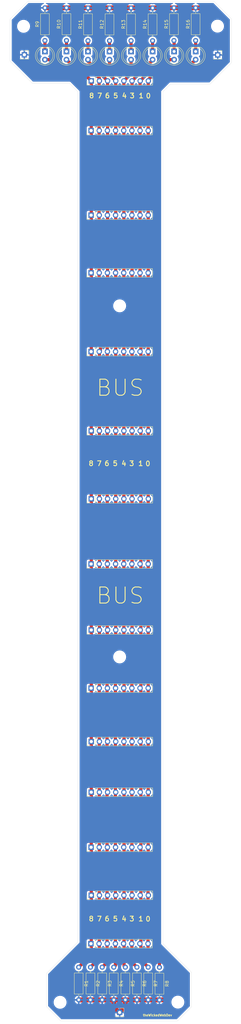
<source format=kicad_pcb>
(kicad_pcb (version 20171130) (host pcbnew "(5.1.9-0-10_14)")
  (layers (0 F.Cu signal) (31 B.Cu signal) (34 B.Paste user) (35 F.Paste user) (36 B.SilkS user) (37 F.SilkS user) (38 B.Mask user) (39 F.Mask user) (44 Edge.Cuts user))
  (net 0 "")
  (net 1 GND)
  (net 2 "Net-(D1-Pad2)")
  (net 3 "Net-(D1-Pad1)")
  (net 4 "Net-(D2-Pad2)")
  (net 5 "Net-(D2-Pad1)")
  (net 6 "Net-(D3-Pad2)")
  (net 7 "Net-(D3-Pad1)")
  (net 8 "Net-(D4-Pad2)")
  (net 9 "Net-(D4-Pad1)")
  (net 10 "Net-(D5-Pad2)")
  (net 11 "Net-(D5-Pad1)")
  (net 12 "Net-(D6-Pad2)")
  (net 13 "Net-(D6-Pad1)")
  (net 14 "Net-(D7-Pad2)")
  (net 15 "Net-(D7-Pad1)")
  (net 16 "Net-(D8-Pad2)")
  (net 17 "Net-(D8-Pad1)")
  (module Connector_PinSocket_2.54mm:PinSocket_1x01_P2.54mm_Vertical (layer F.Cu) (at 91.7956 -127.6604)
    (fp_text reference J18 hide)
    (fp_text value Conn_01x01)
    (pad 1 thru_hole rect (at 0 0) (size 1.7 1.7) (drill 1) (layers *.Cu *.Mask) (net 1 GND))
  )
  (module Connector_PinSocket_2.54mm:PinSocket_1x01_P2.54mm_Vertical (layer F.Cu) (at 151.9936 -127.6096)
    (fp_text reference J17 hide)
    (fp_text value Conn_01x01)
    (pad 1 thru_hole rect (at 0 0) (size 1.7 1.7) (drill 1) (layers *.Cu *.Mask) (net 1 GND))
  )
  (module MountingHole:MountingHole_3mm (layer F.Cu) (at 121.4628 -49.5808)
    (fp_text reference REF** hide)
    (fp_text value MountingHole_3mm)
    (pad 1 np_thru_hole circle (at 0 0) (size 3 3) (drill 3) (layers *.Cu *.Mask))
  )
  (module MountingHole:MountingHole_3mm (layer F.Cu) (at 121.4628 59.5884)
    (fp_text reference REF** hide)
    (fp_text value MountingHole_3mm)
    (pad 1 np_thru_hole circle (at 0 0) (size 3 3) (drill 3) (layers *.Cu *.Mask))
  )
  (module Connector_PinHeader_2.54mm:PinHeader_1x08_P2.54mm_Vertical (layer F.Cu) (at 112.5728 -104.0892 90)
    (fp_text reference J16 hide)
    (fp_text value Conn_01x08)
    (pad 8 thru_hole oval (at 0 17.78 90) (size 1.7 1.7) (drill 1) (layers *.Cu *.Mask) (net 16 "Net-(D8-Pad2)"))
    (pad 7 thru_hole oval (at 0 15.24 90) (size 1.7 1.7) (drill 1) (layers *.Cu *.Mask) (net 14 "Net-(D7-Pad2)"))
    (pad 6 thru_hole oval (at 0 12.7 90) (size 1.7 1.7) (drill 1) (layers *.Cu *.Mask) (net 12 "Net-(D6-Pad2)"))
    (pad 5 thru_hole oval (at 0 10.16 90) (size 1.7 1.7) (drill 1) (layers *.Cu *.Mask) (net 10 "Net-(D5-Pad2)"))
    (pad 4 thru_hole oval (at 0 7.62 90) (size 1.7 1.7) (drill 1) (layers *.Cu *.Mask) (net 8 "Net-(D4-Pad2)"))
    (pad 3 thru_hole oval (at 0 5.08 90) (size 1.7 1.7) (drill 1) (layers *.Cu *.Mask) (net 6 "Net-(D3-Pad2)"))
    (pad 2 thru_hole oval (at 0 2.54 90) (size 1.7 1.7) (drill 1) (layers *.Cu *.Mask) (net 4 "Net-(D2-Pad2)"))
    (pad 1 thru_hole rect (at 0 0 90) (size 1.7 1.7) (drill 1) (layers *.Cu *.Mask) (net 2 "Net-(D1-Pad2)"))
  )
  (module Connector_PinHeader_2.54mm:PinHeader_1x08_P2.54mm_Vertical (layer F.Cu) (at 112.5728 -77.7748 90)
    (fp_text reference J15 hide)
    (fp_text value Conn_01x08)
    (pad 8 thru_hole oval (at 0 17.78 90) (size 1.7 1.7) (drill 1) (layers *.Cu *.Mask) (net 16 "Net-(D8-Pad2)"))
    (pad 7 thru_hole oval (at 0 15.24 90) (size 1.7 1.7) (drill 1) (layers *.Cu *.Mask) (net 14 "Net-(D7-Pad2)"))
    (pad 6 thru_hole oval (at 0 12.7 90) (size 1.7 1.7) (drill 1) (layers *.Cu *.Mask) (net 12 "Net-(D6-Pad2)"))
    (pad 5 thru_hole oval (at 0 10.16 90) (size 1.7 1.7) (drill 1) (layers *.Cu *.Mask) (net 10 "Net-(D5-Pad2)"))
    (pad 4 thru_hole oval (at 0 7.62 90) (size 1.7 1.7) (drill 1) (layers *.Cu *.Mask) (net 8 "Net-(D4-Pad2)"))
    (pad 3 thru_hole oval (at 0 5.08 90) (size 1.7 1.7) (drill 1) (layers *.Cu *.Mask) (net 6 "Net-(D3-Pad2)"))
    (pad 2 thru_hole oval (at 0 2.54 90) (size 1.7 1.7) (drill 1) (layers *.Cu *.Mask) (net 4 "Net-(D2-Pad2)"))
    (pad 1 thru_hole rect (at 0 0 90) (size 1.7 1.7) (drill 1) (layers *.Cu *.Mask) (net 2 "Net-(D1-Pad2)"))
  )
  (module Connector_PinHeader_2.54mm:PinHeader_1x08_P2.54mm_Vertical (layer F.Cu) (at 112.5728 -59.8424 90)
    (fp_text reference J14 hide)
    (fp_text value Conn_01x08)
    (pad 8 thru_hole oval (at 0 17.78 90) (size 1.7 1.7) (drill 1) (layers *.Cu *.Mask) (net 16 "Net-(D8-Pad2)"))
    (pad 7 thru_hole oval (at 0 15.24 90) (size 1.7 1.7) (drill 1) (layers *.Cu *.Mask) (net 14 "Net-(D7-Pad2)"))
    (pad 6 thru_hole oval (at 0 12.7 90) (size 1.7 1.7) (drill 1) (layers *.Cu *.Mask) (net 12 "Net-(D6-Pad2)"))
    (pad 5 thru_hole oval (at 0 10.16 90) (size 1.7 1.7) (drill 1) (layers *.Cu *.Mask) (net 10 "Net-(D5-Pad2)"))
    (pad 4 thru_hole oval (at 0 7.62 90) (size 1.7 1.7) (drill 1) (layers *.Cu *.Mask) (net 8 "Net-(D4-Pad2)"))
    (pad 3 thru_hole oval (at 0 5.08 90) (size 1.7 1.7) (drill 1) (layers *.Cu *.Mask) (net 6 "Net-(D3-Pad2)"))
    (pad 2 thru_hole oval (at 0 2.54 90) (size 1.7 1.7) (drill 1) (layers *.Cu *.Mask) (net 4 "Net-(D2-Pad2)"))
    (pad 1 thru_hole rect (at 0 0 90) (size 1.7 1.7) (drill 1) (layers *.Cu *.Mask) (net 2 "Net-(D1-Pad2)"))
  )
  (module Connector_PinHeader_2.54mm:PinHeader_1x08_P2.54mm_Vertical (layer F.Cu) (at 112.5728 -35.3568 90)
    (fp_text reference J13 hide)
    (fp_text value Conn_01x08)
    (pad 8 thru_hole oval (at 0 17.78 90) (size 1.7 1.7) (drill 1) (layers *.Cu *.Mask) (net 16 "Net-(D8-Pad2)"))
    (pad 7 thru_hole oval (at 0 15.24 90) (size 1.7 1.7) (drill 1) (layers *.Cu *.Mask) (net 14 "Net-(D7-Pad2)"))
    (pad 6 thru_hole oval (at 0 12.7 90) (size 1.7 1.7) (drill 1) (layers *.Cu *.Mask) (net 12 "Net-(D6-Pad2)"))
    (pad 5 thru_hole oval (at 0 10.16 90) (size 1.7 1.7) (drill 1) (layers *.Cu *.Mask) (net 10 "Net-(D5-Pad2)"))
    (pad 4 thru_hole oval (at 0 7.62 90) (size 1.7 1.7) (drill 1) (layers *.Cu *.Mask) (net 8 "Net-(D4-Pad2)"))
    (pad 3 thru_hole oval (at 0 5.08 90) (size 1.7 1.7) (drill 1) (layers *.Cu *.Mask) (net 6 "Net-(D3-Pad2)"))
    (pad 2 thru_hole oval (at 0 2.54 90) (size 1.7 1.7) (drill 1) (layers *.Cu *.Mask) (net 4 "Net-(D2-Pad2)"))
    (pad 1 thru_hole rect (at 0 0 90) (size 1.7 1.7) (drill 1) (layers *.Cu *.Mask) (net 2 "Net-(D1-Pad2)"))
  )
  (module MountingHole:MountingHole_3mm (layer F.Cu) (at 102.9208 166.9796)
    (fp_text reference REF** hide)
    (fp_text value MountingHole_3mm)
    (pad 1 np_thru_hole circle (at 0 0) (size 3 3) (drill 3) (layers *.Cu *.Mask))
  )
  (module MountingHole:MountingHole_3mm (layer F.Cu) (at 139.5984 166.9288)
    (fp_text reference REF** hide)
    (fp_text value MountingHole_3mm)
    (pad 1 np_thru_hole circle (at 0 0) (size 3 3) (drill 3) (layers *.Cu *.Mask))
  )
  (module MountingHole:MountingHole_3mm (layer F.Cu) (at 151.9428 -136.5504)
    (fp_text reference REF** hide)
    (fp_text value MountingHole_3mm)
    (pad 1 np_thru_hole circle (at 0 0) (size 3 3) (drill 3) (layers *.Cu *.Mask))
  )
  (module MountingHole:MountingHole_3mm (layer F.Cu) (at 91.5416 -136.4996)
    (fp_text reference REF** hide)
    (fp_text value MountingHole_3mm)
    (pad 1 np_thru_hole circle (at 0 0) (size 3 3) (drill 3) (layers *.Cu *.Mask))
  )
  (module Resistor_THT:R_Axial_DIN0207_L6.3mm_D2.5mm_P10.16mm_Horizontal (layer F.Cu) (at 145.1356 -132.08 90)
    (fp_text reference R16 (at 5.08 -2.37 90) (layer F.SilkS))
    (fp_text value R_Small_US)
    (pad 2 thru_hole oval (at 10.16 0 90) (size 1.6 1.6) (drill 0.8) (layers *.Cu *.Mask) (net 1 GND))
    (pad 1 thru_hole circle (at 0 0 90) (size 1.6 1.6) (drill 0.8) (layers *.Cu *.Mask) (net 17 "Net-(D8-Pad1)"))
  )
  (module Resistor_THT:R_Axial_DIN0207_L6.3mm_D2.5mm_P10.16mm_Horizontal (layer F.Cu) (at 138.3792 -132.08 90)
    (fp_text reference R15 (at 5.08 -2.37 90) (layer F.SilkS))
    (fp_text value R_Small_US)
    (pad 2 thru_hole oval (at 10.16 0 90) (size 1.6 1.6) (drill 0.8) (layers *.Cu *.Mask) (net 1 GND))
    (pad 1 thru_hole circle (at 0 0 90) (size 1.6 1.6) (drill 0.8) (layers *.Cu *.Mask) (net 15 "Net-(D7-Pad1)"))
  )
  (module Resistor_THT:R_Axial_DIN0207_L6.3mm_D2.5mm_P10.16mm_Horizontal (layer F.Cu) (at 131.7244 -132.0292 90)
    (fp_text reference R14 (at 5.08 -2.37 90) (layer F.SilkS))
    (fp_text value R_Small_US)
    (pad 2 thru_hole oval (at 10.16 0 90) (size 1.6 1.6) (drill 0.8) (layers *.Cu *.Mask) (net 1 GND))
    (pad 1 thru_hole circle (at 0 0 90) (size 1.6 1.6) (drill 0.8) (layers *.Cu *.Mask) (net 13 "Net-(D6-Pad1)"))
  )
  (module Resistor_THT:R_Axial_DIN0207_L6.3mm_D2.5mm_P10.16mm_Horizontal (layer F.Cu) (at 125.0188 -132.0292 90)
    (fp_text reference R13 (at 5.08 -2.37 90) (layer F.SilkS))
    (fp_text value R_Small_US)
    (pad 2 thru_hole oval (at 10.16 0 90) (size 1.6 1.6) (drill 0.8) (layers *.Cu *.Mask) (net 1 GND))
    (pad 1 thru_hole circle (at 0 0 90) (size 1.6 1.6) (drill 0.8) (layers *.Cu *.Mask) (net 11 "Net-(D5-Pad1)"))
  )
  (module Resistor_THT:R_Axial_DIN0207_L6.3mm_D2.5mm_P10.16mm_Horizontal (layer F.Cu) (at 118.3132 -132.0292 90)
    (fp_text reference R12 (at 5.08 -2.37 90) (layer F.SilkS))
    (fp_text value R_Small_US)
    (pad 2 thru_hole oval (at 10.16 0 90) (size 1.6 1.6) (drill 0.8) (layers *.Cu *.Mask) (net 1 GND))
    (pad 1 thru_hole circle (at 0 0 90) (size 1.6 1.6) (drill 0.8) (layers *.Cu *.Mask) (net 9 "Net-(D4-Pad1)"))
  )
  (module Resistor_THT:R_Axial_DIN0207_L6.3mm_D2.5mm_P10.16mm_Horizontal (layer F.Cu) (at 111.6076 -132.0292 90)
    (fp_text reference R11 (at 5.08 -2.37 90) (layer F.SilkS))
    (fp_text value R_Small_US)
    (pad 2 thru_hole oval (at 10.16 0 90) (size 1.6 1.6) (drill 0.8) (layers *.Cu *.Mask) (net 1 GND))
    (pad 1 thru_hole circle (at 0 0 90) (size 1.6 1.6) (drill 0.8) (layers *.Cu *.Mask) (net 7 "Net-(D3-Pad1)"))
  )
  (module Resistor_THT:R_Axial_DIN0207_L6.3mm_D2.5mm_P10.16mm_Horizontal (layer F.Cu) (at 104.902 -132.08 90)
    (fp_text reference R10 (at 5.08 -2.37 90) (layer F.SilkS))
    (fp_text value R_Small_US)
    (pad 2 thru_hole oval (at 10.16 0 90) (size 1.6 1.6) (drill 0.8) (layers *.Cu *.Mask) (net 1 GND))
    (pad 1 thru_hole circle (at 0 0 90) (size 1.6 1.6) (drill 0.8) (layers *.Cu *.Mask) (net 5 "Net-(D2-Pad1)"))
  )
  (module Resistor_THT:R_Axial_DIN0207_L6.3mm_D2.5mm_P10.16mm_Horizontal (layer F.Cu) (at 98.1964 -132.08 90)
    (fp_text reference R9 (at 5.08 -2.37 90) (layer F.SilkS))
    (fp_text value R_Small_US)
    (pad 2 thru_hole oval (at 10.16 0 90) (size 1.6 1.6) (drill 0.8) (layers *.Cu *.Mask) (net 1 GND))
    (pad 1 thru_hole circle (at 0 0 90) (size 1.6 1.6) (drill 0.8) (layers *.Cu *.Mask) (net 3 "Net-(D1-Pad1)"))
  )
  (module LED_THT:LED_D5.0mm (layer F.Cu) (at 145.1356 -128.6764 270)
    (fp_text reference D8 hide)
    (fp_text value LED)
    (pad 2 thru_hole circle (at 2.54 0 270) (size 1.8 1.8) (drill 0.9) (layers *.Cu *.Mask) (net 16 "Net-(D8-Pad2)"))
    (pad 1 thru_hole rect (at 0 0 270) (size 1.8 1.8) (drill 0.9) (layers *.Cu *.Mask) (net 17 "Net-(D8-Pad1)"))
  )
  (module LED_THT:LED_D5.0mm (layer F.Cu) (at 138.43 -128.6764 270)
    (fp_text reference D7 hide)
    (fp_text value LED)
    (pad 2 thru_hole circle (at 2.54 0 270) (size 1.8 1.8) (drill 0.9) (layers *.Cu *.Mask) (net 14 "Net-(D7-Pad2)"))
    (pad 1 thru_hole rect (at 0 0 270) (size 1.8 1.8) (drill 0.9) (layers *.Cu *.Mask) (net 15 "Net-(D7-Pad1)"))
  )
  (module LED_THT:LED_D5.0mm (layer F.Cu) (at 131.7244 -128.6764 270)
    (fp_text reference D6 hide)
    (fp_text value LED)
    (pad 2 thru_hole circle (at 2.54 0 270) (size 1.8 1.8) (drill 0.9) (layers *.Cu *.Mask) (net 12 "Net-(D6-Pad2)"))
    (pad 1 thru_hole rect (at 0 0 270) (size 1.8 1.8) (drill 0.9) (layers *.Cu *.Mask) (net 13 "Net-(D6-Pad1)"))
  )
  (module LED_THT:LED_D5.0mm (layer F.Cu) (at 125.0188 -128.6764 270)
    (fp_text reference D5 hide)
    (fp_text value LED)
    (pad 2 thru_hole circle (at 2.54 0 270) (size 1.8 1.8) (drill 0.9) (layers *.Cu *.Mask) (net 10 "Net-(D5-Pad2)"))
    (pad 1 thru_hole rect (at 0 0 270) (size 1.8 1.8) (drill 0.9) (layers *.Cu *.Mask) (net 11 "Net-(D5-Pad1)"))
  )
  (module LED_THT:LED_D5.0mm (layer F.Cu) (at 118.3132 -128.6764 270)
    (fp_text reference D4 hide)
    (fp_text value LED)
    (pad 2 thru_hole circle (at 2.54 0 270) (size 1.8 1.8) (drill 0.9) (layers *.Cu *.Mask) (net 8 "Net-(D4-Pad2)"))
    (pad 1 thru_hole rect (at 0 0 270) (size 1.8 1.8) (drill 0.9) (layers *.Cu *.Mask) (net 9 "Net-(D4-Pad1)"))
  )
  (module LED_THT:LED_D5.0mm (layer F.Cu) (at 111.6076 -128.6764 270)
    (fp_text reference D3 hide)
    (fp_text value LED)
    (pad 2 thru_hole circle (at 2.54 0 270) (size 1.8 1.8) (drill 0.9) (layers *.Cu *.Mask) (net 6 "Net-(D3-Pad2)"))
    (pad 1 thru_hole rect (at 0 0 270) (size 1.8 1.8) (drill 0.9) (layers *.Cu *.Mask) (net 7 "Net-(D3-Pad1)"))
  )
  (module LED_THT:LED_D5.0mm (layer F.Cu) (at 104.902 -128.6764 270)
    (fp_text reference D2 hide)
    (fp_text value LED)
    (pad 2 thru_hole circle (at 2.54 0 270) (size 1.8 1.8) (drill 0.9) (layers *.Cu *.Mask) (net 4 "Net-(D2-Pad2)"))
    (pad 1 thru_hole rect (at 0 0 270) (size 1.8 1.8) (drill 0.9) (layers *.Cu *.Mask) (net 5 "Net-(D2-Pad1)"))
  )
  (module LED_THT:LED_D5.0mm (layer F.Cu) (at 98.1964 -128.6764 270)
    (fp_text reference D1 hide)
    (fp_text value LED)
    (pad 2 thru_hole circle (at 2.54 0 270) (size 1.8 1.8) (drill 0.9) (layers *.Cu *.Mask) (net 2 "Net-(D1-Pad2)"))
    (pad 1 thru_hole rect (at 0 0 270) (size 1.8 1.8) (drill 0.9) (layers *.Cu *.Mask) (net 3 "Net-(D1-Pad1)"))
  )
  (module Connector_PinHeader_2.54mm:PinHeader_1x08_P2.54mm_Vertical (layer F.Cu) (at 112.6236 -10.7188 90)
    (fp_text reference J12 hide)
    (fp_text value Conn_01x08)
    (pad 8 thru_hole oval (at 0 17.78 90) (size 1.7 1.7) (drill 1) (layers *.Cu *.Mask) (net 16 "Net-(D8-Pad2)"))
    (pad 7 thru_hole oval (at 0 15.24 90) (size 1.7 1.7) (drill 1) (layers *.Cu *.Mask) (net 14 "Net-(D7-Pad2)"))
    (pad 6 thru_hole oval (at 0 12.7 90) (size 1.7 1.7) (drill 1) (layers *.Cu *.Mask) (net 12 "Net-(D6-Pad2)"))
    (pad 5 thru_hole oval (at 0 10.16 90) (size 1.7 1.7) (drill 1) (layers *.Cu *.Mask) (net 10 "Net-(D5-Pad2)"))
    (pad 4 thru_hole oval (at 0 7.62 90) (size 1.7 1.7) (drill 1) (layers *.Cu *.Mask) (net 8 "Net-(D4-Pad2)"))
    (pad 3 thru_hole oval (at 0 5.08 90) (size 1.7 1.7) (drill 1) (layers *.Cu *.Mask) (net 6 "Net-(D3-Pad2)"))
    (pad 2 thru_hole oval (at 0 2.54 90) (size 1.7 1.7) (drill 1) (layers *.Cu *.Mask) (net 4 "Net-(D2-Pad2)"))
    (pad 1 thru_hole rect (at 0 0 90) (size 1.7 1.7) (drill 1) (layers *.Cu *.Mask) (net 2 "Net-(D1-Pad2)"))
  )
  (module Connector_PinSocket_2.54mm:PinSocket_1x01_P2.54mm_Vertical (layer F.Cu) (at 121.4628 170.1292)
    (fp_text reference J11 hide)
    (fp_text value Conn_01x01)
    (pad 1 thru_hole rect (at 0 0) (size 1.7 1.7) (drill 1) (layers *.Cu *.Mask) (net 1 GND))
  )
  (module Resistor_THT:R_Axial_DIN0207_L6.3mm_D2.5mm_P10.16mm_Horizontal (layer F.Cu) (at 133.858 156.1084 270)
    (fp_text reference R8 (at 5.08 -2.37 90) (layer F.SilkS))
    (fp_text value R_Small_US)
    (pad 2 thru_hole oval (at 10.16 0 270) (size 1.6 1.6) (drill 0.8) (layers *.Cu *.Mask) (net 1 GND))
    (pad 1 thru_hole circle (at 0 0 270) (size 1.6 1.6) (drill 0.8) (layers *.Cu *.Mask) (net 16 "Net-(D8-Pad2)"))
  )
  (module Resistor_THT:R_Axial_DIN0207_L6.3mm_D2.5mm_P10.16mm_Horizontal (layer F.Cu) (at 130.3528 156.0576 270)
    (fp_text reference R7 (at 5.08 -2.37 90) (layer F.SilkS))
    (fp_text value R_Small_US)
    (pad 2 thru_hole oval (at 10.16 0 270) (size 1.6 1.6) (drill 0.8) (layers *.Cu *.Mask) (net 1 GND))
    (pad 1 thru_hole circle (at 0 0 270) (size 1.6 1.6) (drill 0.8) (layers *.Cu *.Mask) (net 14 "Net-(D7-Pad2)"))
  )
  (module Resistor_THT:R_Axial_DIN0207_L6.3mm_D2.5mm_P10.16mm_Horizontal (layer F.Cu) (at 126.8476 156.0576 270)
    (fp_text reference R6 (at 5.08 -2.37 90) (layer F.SilkS))
    (fp_text value R_Small_US)
    (pad 2 thru_hole oval (at 10.16 0 270) (size 1.6 1.6) (drill 0.8) (layers *.Cu *.Mask) (net 1 GND))
    (pad 1 thru_hole circle (at 0 0 270) (size 1.6 1.6) (drill 0.8) (layers *.Cu *.Mask) (net 12 "Net-(D6-Pad2)"))
  )
  (module Resistor_THT:R_Axial_DIN0207_L6.3mm_D2.5mm_P10.16mm_Horizontal (layer F.Cu) (at 123.2408 156.0576 270)
    (fp_text reference R5 (at 5.08 -2.37 90) (layer F.SilkS))
    (fp_text value R_Small_US)
    (pad 2 thru_hole oval (at 10.16 0 270) (size 1.6 1.6) (drill 0.8) (layers *.Cu *.Mask) (net 1 GND))
    (pad 1 thru_hole circle (at 0 0 270) (size 1.6 1.6) (drill 0.8) (layers *.Cu *.Mask) (net 10 "Net-(D5-Pad2)"))
  )
  (module Resistor_THT:R_Axial_DIN0207_L6.3mm_D2.5mm_P10.16mm_Horizontal (layer F.Cu) (at 119.634 156.0576 270)
    (fp_text reference R4 (at 5.08 -2.37 90) (layer F.SilkS))
    (fp_text value R_Small_US)
    (pad 2 thru_hole oval (at 10.16 0 270) (size 1.6 1.6) (drill 0.8) (layers *.Cu *.Mask) (net 1 GND))
    (pad 1 thru_hole circle (at 0 0 270) (size 1.6 1.6) (drill 0.8) (layers *.Cu *.Mask) (net 8 "Net-(D4-Pad2)"))
  )
  (module Resistor_THT:R_Axial_DIN0207_L6.3mm_D2.5mm_P10.16mm_Horizontal (layer F.Cu) (at 116.0272 156.0576 270)
    (fp_text reference R3 (at 5.08 -2.37 90) (layer F.SilkS))
    (fp_text value R_Small_US)
    (pad 2 thru_hole oval (at 10.16 0 270) (size 1.6 1.6) (drill 0.8) (layers *.Cu *.Mask) (net 1 GND))
    (pad 1 thru_hole circle (at 0 0 270) (size 1.6 1.6) (drill 0.8) (layers *.Cu *.Mask) (net 6 "Net-(D3-Pad2)"))
  )
  (module Resistor_THT:R_Axial_DIN0207_L6.3mm_D2.5mm_P10.16mm_Horizontal (layer F.Cu) (at 112.3696 156.0576 270)
    (fp_text reference R2 (at 5.08 -2.37 90) (layer F.SilkS))
    (fp_text value R_Small_US)
    (pad 2 thru_hole oval (at 10.16 0 270) (size 1.6 1.6) (drill 0.8) (layers *.Cu *.Mask) (net 1 GND))
    (pad 1 thru_hole circle (at 0 0 270) (size 1.6 1.6) (drill 0.8) (layers *.Cu *.Mask) (net 4 "Net-(D2-Pad2)"))
  )
  (module Resistor_THT:R_Axial_DIN0207_L6.3mm_D2.5mm_P10.16mm_Horizontal (layer F.Cu) (at 108.712 156.0576 270)
    (fp_text reference R1 (at 5.08 -2.37 90) (layer F.SilkS))
    (fp_text value R_Small_US)
    (pad 2 thru_hole oval (at 10.16 0 270) (size 1.6 1.6) (drill 0.8) (layers *.Cu *.Mask) (net 1 GND))
    (pad 1 thru_hole circle (at 0 0 270) (size 1.6 1.6) (drill 0.8) (layers *.Cu *.Mask) (net 2 "Net-(D1-Pad2)"))
  )
  (module Connector_PinHeader_2.54mm:PinHeader_1x08_P2.54mm_Vertical (layer F.Cu) (at 112.6236 133.7056 90)
    (fp_text reference J10 hide)
    (fp_text value Conn_01x08)
    (pad 8 thru_hole oval (at 0 17.78 90) (size 1.7 1.7) (drill 1) (layers *.Cu *.Mask) (net 16 "Net-(D8-Pad2)"))
    (pad 7 thru_hole oval (at 0 15.24 90) (size 1.7 1.7) (drill 1) (layers *.Cu *.Mask) (net 14 "Net-(D7-Pad2)"))
    (pad 6 thru_hole oval (at 0 12.7 90) (size 1.7 1.7) (drill 1) (layers *.Cu *.Mask) (net 12 "Net-(D6-Pad2)"))
    (pad 5 thru_hole oval (at 0 10.16 90) (size 1.7 1.7) (drill 1) (layers *.Cu *.Mask) (net 10 "Net-(D5-Pad2)"))
    (pad 4 thru_hole oval (at 0 7.62 90) (size 1.7 1.7) (drill 1) (layers *.Cu *.Mask) (net 8 "Net-(D4-Pad2)"))
    (pad 3 thru_hole oval (at 0 5.08 90) (size 1.7 1.7) (drill 1) (layers *.Cu *.Mask) (net 6 "Net-(D3-Pad2)"))
    (pad 2 thru_hole oval (at 0 2.54 90) (size 1.7 1.7) (drill 1) (layers *.Cu *.Mask) (net 4 "Net-(D2-Pad2)"))
    (pad 1 thru_hole rect (at 0 0 90) (size 1.7 1.7) (drill 1) (layers *.Cu *.Mask) (net 2 "Net-(D1-Pad2)"))
  )
  (module Connector_PinHeader_2.54mm:PinHeader_1x08_P2.54mm_Vertical (layer F.Cu) (at 112.522 148.7424 90)
    (fp_text reference J9 hide)
    (fp_text value Conn_01x08)
    (pad 8 thru_hole oval (at 0 17.78 90) (size 1.7 1.7) (drill 1) (layers *.Cu *.Mask) (net 16 "Net-(D8-Pad2)"))
    (pad 7 thru_hole oval (at 0 15.24 90) (size 1.7 1.7) (drill 1) (layers *.Cu *.Mask) (net 14 "Net-(D7-Pad2)"))
    (pad 6 thru_hole oval (at 0 12.7 90) (size 1.7 1.7) (drill 1) (layers *.Cu *.Mask) (net 12 "Net-(D6-Pad2)"))
    (pad 5 thru_hole oval (at 0 10.16 90) (size 1.7 1.7) (drill 1) (layers *.Cu *.Mask) (net 10 "Net-(D5-Pad2)"))
    (pad 4 thru_hole oval (at 0 7.62 90) (size 1.7 1.7) (drill 1) (layers *.Cu *.Mask) (net 8 "Net-(D4-Pad2)"))
    (pad 3 thru_hole oval (at 0 5.08 90) (size 1.7 1.7) (drill 1) (layers *.Cu *.Mask) (net 6 "Net-(D3-Pad2)"))
    (pad 2 thru_hole oval (at 0 2.54 90) (size 1.7 1.7) (drill 1) (layers *.Cu *.Mask) (net 4 "Net-(D2-Pad2)"))
    (pad 1 thru_hole rect (at 0 0 90) (size 1.7 1.7) (drill 1) (layers *.Cu *.Mask) (net 2 "Net-(D1-Pad2)"))
  )
  (module Connector_PinHeader_2.54mm:PinHeader_1x08_P2.54mm_Vertical (layer F.Cu) (at 112.6236 85.9028 90)
    (fp_text reference J8 hide)
    (fp_text value Conn_01x08)
    (pad 8 thru_hole oval (at 0 17.78 90) (size 1.7 1.7) (drill 1) (layers *.Cu *.Mask) (net 16 "Net-(D8-Pad2)"))
    (pad 7 thru_hole oval (at 0 15.24 90) (size 1.7 1.7) (drill 1) (layers *.Cu *.Mask) (net 14 "Net-(D7-Pad2)"))
    (pad 6 thru_hole oval (at 0 12.7 90) (size 1.7 1.7) (drill 1) (layers *.Cu *.Mask) (net 12 "Net-(D6-Pad2)"))
    (pad 5 thru_hole oval (at 0 10.16 90) (size 1.7 1.7) (drill 1) (layers *.Cu *.Mask) (net 10 "Net-(D5-Pad2)"))
    (pad 4 thru_hole oval (at 0 7.62 90) (size 1.7 1.7) (drill 1) (layers *.Cu *.Mask) (net 8 "Net-(D4-Pad2)"))
    (pad 3 thru_hole oval (at 0 5.08 90) (size 1.7 1.7) (drill 1) (layers *.Cu *.Mask) (net 6 "Net-(D3-Pad2)"))
    (pad 2 thru_hole oval (at 0 2.54 90) (size 1.7 1.7) (drill 1) (layers *.Cu *.Mask) (net 4 "Net-(D2-Pad2)"))
    (pad 1 thru_hole rect (at 0 0 90) (size 1.7 1.7) (drill 1) (layers *.Cu *.Mask) (net 2 "Net-(D1-Pad2)"))
  )
  (module Connector_PinHeader_2.54mm:PinHeader_1x08_P2.54mm_Vertical (layer F.Cu) (at 112.6236 101.6508 90)
    (fp_text reference J7 hide)
    (fp_text value Conn_01x08)
    (pad 8 thru_hole oval (at 0 17.78 90) (size 1.7 1.7) (drill 1) (layers *.Cu *.Mask) (net 16 "Net-(D8-Pad2)"))
    (pad 7 thru_hole oval (at 0 15.24 90) (size 1.7 1.7) (drill 1) (layers *.Cu *.Mask) (net 14 "Net-(D7-Pad2)"))
    (pad 6 thru_hole oval (at 0 12.7 90) (size 1.7 1.7) (drill 1) (layers *.Cu *.Mask) (net 12 "Net-(D6-Pad2)"))
    (pad 5 thru_hole oval (at 0 10.16 90) (size 1.7 1.7) (drill 1) (layers *.Cu *.Mask) (net 10 "Net-(D5-Pad2)"))
    (pad 4 thru_hole oval (at 0 7.62 90) (size 1.7 1.7) (drill 1) (layers *.Cu *.Mask) (net 8 "Net-(D4-Pad2)"))
    (pad 3 thru_hole oval (at 0 5.08 90) (size 1.7 1.7) (drill 1) (layers *.Cu *.Mask) (net 6 "Net-(D3-Pad2)"))
    (pad 2 thru_hole oval (at 0 2.54 90) (size 1.7 1.7) (drill 1) (layers *.Cu *.Mask) (net 4 "Net-(D2-Pad2)"))
    (pad 1 thru_hole rect (at 0 0 90) (size 1.7 1.7) (drill 1) (layers *.Cu *.Mask) (net 2 "Net-(D1-Pad2)"))
  )
  (module Connector_PinHeader_2.54mm:PinHeader_1x08_P2.54mm_Vertical (layer F.Cu) (at 112.5728 69.2912 90)
    (fp_text reference J6 hide)
    (fp_text value Conn_01x08)
    (pad 8 thru_hole oval (at 0 17.78 90) (size 1.7 1.7) (drill 1) (layers *.Cu *.Mask) (net 16 "Net-(D8-Pad2)"))
    (pad 7 thru_hole oval (at 0 15.24 90) (size 1.7 1.7) (drill 1) (layers *.Cu *.Mask) (net 14 "Net-(D7-Pad2)"))
    (pad 6 thru_hole oval (at 0 12.7 90) (size 1.7 1.7) (drill 1) (layers *.Cu *.Mask) (net 12 "Net-(D6-Pad2)"))
    (pad 5 thru_hole oval (at 0 10.16 90) (size 1.7 1.7) (drill 1) (layers *.Cu *.Mask) (net 10 "Net-(D5-Pad2)"))
    (pad 4 thru_hole oval (at 0 7.62 90) (size 1.7 1.7) (drill 1) (layers *.Cu *.Mask) (net 8 "Net-(D4-Pad2)"))
    (pad 3 thru_hole oval (at 0 5.08 90) (size 1.7 1.7) (drill 1) (layers *.Cu *.Mask) (net 6 "Net-(D3-Pad2)"))
    (pad 2 thru_hole oval (at 0 2.54 90) (size 1.7 1.7) (drill 1) (layers *.Cu *.Mask) (net 4 "Net-(D2-Pad2)"))
    (pad 1 thru_hole rect (at 0 0 90) (size 1.7 1.7) (drill 1) (layers *.Cu *.Mask) (net 2 "Net-(D1-Pad2)"))
  )
  (module Connector_PinHeader_2.54mm:PinHeader_1x08_P2.54mm_Vertical (layer F.Cu) (at 112.6236 51.2064 90)
    (fp_text reference J5 hide)
    (fp_text value Conn_01x08)
    (pad 8 thru_hole oval (at 0 17.78 90) (size 1.7 1.7) (drill 1) (layers *.Cu *.Mask) (net 16 "Net-(D8-Pad2)"))
    (pad 7 thru_hole oval (at 0 15.24 90) (size 1.7 1.7) (drill 1) (layers *.Cu *.Mask) (net 14 "Net-(D7-Pad2)"))
    (pad 6 thru_hole oval (at 0 12.7 90) (size 1.7 1.7) (drill 1) (layers *.Cu *.Mask) (net 12 "Net-(D6-Pad2)"))
    (pad 5 thru_hole oval (at 0 10.16 90) (size 1.7 1.7) (drill 1) (layers *.Cu *.Mask) (net 10 "Net-(D5-Pad2)"))
    (pad 4 thru_hole oval (at 0 7.62 90) (size 1.7 1.7) (drill 1) (layers *.Cu *.Mask) (net 8 "Net-(D4-Pad2)"))
    (pad 3 thru_hole oval (at 0 5.08 90) (size 1.7 1.7) (drill 1) (layers *.Cu *.Mask) (net 6 "Net-(D3-Pad2)"))
    (pad 2 thru_hole oval (at 0 2.54 90) (size 1.7 1.7) (drill 1) (layers *.Cu *.Mask) (net 4 "Net-(D2-Pad2)"))
    (pad 1 thru_hole rect (at 0 0 90) (size 1.7 1.7) (drill 1) (layers *.Cu *.Mask) (net 2 "Net-(D1-Pad2)"))
  )
  (module Connector_PinHeader_2.54mm:PinHeader_1x08_P2.54mm_Vertical (layer F.Cu) (at 112.5728 30.6832 90)
    (fp_text reference J4 hide)
    (fp_text value Conn_01x08)
    (pad 8 thru_hole oval (at 0 17.78 90) (size 1.7 1.7) (drill 1) (layers *.Cu *.Mask) (net 16 "Net-(D8-Pad2)"))
    (pad 7 thru_hole oval (at 0 15.24 90) (size 1.7 1.7) (drill 1) (layers *.Cu *.Mask) (net 14 "Net-(D7-Pad2)"))
    (pad 6 thru_hole oval (at 0 12.7 90) (size 1.7 1.7) (drill 1) (layers *.Cu *.Mask) (net 12 "Net-(D6-Pad2)"))
    (pad 5 thru_hole oval (at 0 10.16 90) (size 1.7 1.7) (drill 1) (layers *.Cu *.Mask) (net 10 "Net-(D5-Pad2)"))
    (pad 4 thru_hole oval (at 0 7.62 90) (size 1.7 1.7) (drill 1) (layers *.Cu *.Mask) (net 8 "Net-(D4-Pad2)"))
    (pad 3 thru_hole oval (at 0 5.08 90) (size 1.7 1.7) (drill 1) (layers *.Cu *.Mask) (net 6 "Net-(D3-Pad2)"))
    (pad 2 thru_hole oval (at 0 2.54 90) (size 1.7 1.7) (drill 1) (layers *.Cu *.Mask) (net 4 "Net-(D2-Pad2)"))
    (pad 1 thru_hole rect (at 0 0 90) (size 1.7 1.7) (drill 1) (layers *.Cu *.Mask) (net 2 "Net-(D1-Pad2)"))
  )
  (module Connector_PinHeader_2.54mm:PinHeader_1x08_P2.54mm_Vertical (layer F.Cu) (at 112.6236 10.414 90)
    (fp_text reference J3 hide)
    (fp_text value Conn_01x08)
    (pad 8 thru_hole oval (at 0 17.78 90) (size 1.7 1.7) (drill 1) (layers *.Cu *.Mask) (net 16 "Net-(D8-Pad2)"))
    (pad 7 thru_hole oval (at 0 15.24 90) (size 1.7 1.7) (drill 1) (layers *.Cu *.Mask) (net 14 "Net-(D7-Pad2)"))
    (pad 6 thru_hole oval (at 0 12.7 90) (size 1.7 1.7) (drill 1) (layers *.Cu *.Mask) (net 12 "Net-(D6-Pad2)"))
    (pad 5 thru_hole oval (at 0 10.16 90) (size 1.7 1.7) (drill 1) (layers *.Cu *.Mask) (net 10 "Net-(D5-Pad2)"))
    (pad 4 thru_hole oval (at 0 7.62 90) (size 1.7 1.7) (drill 1) (layers *.Cu *.Mask) (net 8 "Net-(D4-Pad2)"))
    (pad 3 thru_hole oval (at 0 5.08 90) (size 1.7 1.7) (drill 1) (layers *.Cu *.Mask) (net 6 "Net-(D3-Pad2)"))
    (pad 2 thru_hole oval (at 0 2.54 90) (size 1.7 1.7) (drill 1) (layers *.Cu *.Mask) (net 4 "Net-(D2-Pad2)"))
    (pad 1 thru_hole rect (at 0 0 90) (size 1.7 1.7) (drill 1) (layers *.Cu *.Mask) (net 2 "Net-(D1-Pad2)"))
  )
  (module Connector_PinHeader_2.54mm:PinHeader_1x08_P2.54mm_Vertical (layer F.Cu) (at 112.6236 -119.5324 90)
    (fp_text reference J2 hide)
    (fp_text value Conn_01x08)
    (pad 8 thru_hole oval (at 0 17.78 90) (size 1.7 1.7) (drill 1) (layers *.Cu *.Mask) (net 16 "Net-(D8-Pad2)"))
    (pad 7 thru_hole oval (at 0 15.24 90) (size 1.7 1.7) (drill 1) (layers *.Cu *.Mask) (net 14 "Net-(D7-Pad2)"))
    (pad 6 thru_hole oval (at 0 12.7 90) (size 1.7 1.7) (drill 1) (layers *.Cu *.Mask) (net 12 "Net-(D6-Pad2)"))
    (pad 5 thru_hole oval (at 0 10.16 90) (size 1.7 1.7) (drill 1) (layers *.Cu *.Mask) (net 10 "Net-(D5-Pad2)"))
    (pad 4 thru_hole oval (at 0 7.62 90) (size 1.7 1.7) (drill 1) (layers *.Cu *.Mask) (net 8 "Net-(D4-Pad2)"))
    (pad 3 thru_hole oval (at 0 5.08 90) (size 1.7 1.7) (drill 1) (layers *.Cu *.Mask) (net 6 "Net-(D3-Pad2)"))
    (pad 2 thru_hole oval (at 0 2.54 90) (size 1.7 1.7) (drill 1) (layers *.Cu *.Mask) (net 4 "Net-(D2-Pad2)"))
    (pad 1 thru_hole rect (at 0 0 90) (size 1.7 1.7) (drill 1) (layers *.Cu *.Mask) (net 2 "Net-(D1-Pad2)"))
  )
  (module Connector_PinHeader_2.54mm:PinHeader_1x08_P2.54mm_Vertical (layer F.Cu) (at 112.5728 118.7704 90)
    (fp_text reference J1 hide)
    (fp_text value Conn_01x08)
    (pad 8 thru_hole oval (at 0 17.78 90) (size 1.7 1.7) (drill 1) (layers *.Cu *.Mask) (net 16 "Net-(D8-Pad2)"))
    (pad 7 thru_hole oval (at 0 15.24 90) (size 1.7 1.7) (drill 1) (layers *.Cu *.Mask) (net 14 "Net-(D7-Pad2)"))
    (pad 6 thru_hole oval (at 0 12.7 90) (size 1.7 1.7) (drill 1) (layers *.Cu *.Mask) (net 12 "Net-(D6-Pad2)"))
    (pad 5 thru_hole oval (at 0 10.16 90) (size 1.7 1.7) (drill 1) (layers *.Cu *.Mask) (net 10 "Net-(D5-Pad2)"))
    (pad 4 thru_hole oval (at 0 7.62 90) (size 1.7 1.7) (drill 1) (layers *.Cu *.Mask) (net 8 "Net-(D4-Pad2)"))
    (pad 3 thru_hole oval (at 0 5.08 90) (size 1.7 1.7) (drill 1) (layers *.Cu *.Mask) (net 6 "Net-(D3-Pad2)"))
    (pad 2 thru_hole oval (at 0 2.54 90) (size 1.7 1.7) (drill 1) (layers *.Cu *.Mask) (net 4 "Net-(D2-Pad2)"))
    (pad 1 thru_hole rect (at 0 0 90) (size 1.7 1.7) (drill 1) (layers *.Cu *.Mask) (net 2 "Net-(D1-Pad2)"))
  )
  (gr_text theWickedWebDev (at 133.2484 170.9928) (layer F.SilkS) (effects (font (size 0.7 0.7) (thickness 0.175))))
  (gr_text 3 (at 125.222 -0.5588) (layer F.SilkS) (effects (font (size 1.5 1.5) (thickness 0.3))))
  (gr_text 5 (at 120.0912 -0.5588) (layer F.SilkS) (effects (font (size 1.5 1.5) (thickness 0.3))))
  (gr_text 0 (at 130.2512 -0.508) (layer F.SilkS) (effects (font (size 1.5 1.5) (thickness 0.3))))
  (gr_text 8 (at 112.5728 -0.5588) (layer F.SilkS) (effects (font (size 1.5 1.5) (thickness 0.3))))
  (gr_text 7 (at 115.1128 -0.5588) (layer F.SilkS) (effects (font (size 1.5 1.5) (thickness 0.3))))
  (gr_text 6 (at 117.5004 -0.5588) (layer F.SilkS) (effects (font (size 1.5 1.5) (thickness 0.3))))
  (gr_text 4 (at 122.7836 -0.5588) (layer F.SilkS) (effects (font (size 1.5 1.5) (thickness 0.3))))
  (gr_text 1 (at 128.016 -0.5588) (layer F.SilkS) (effects (font (size 1.5 1.5) (thickness 0.3))))
  (gr_text 6 (at 117.6528 -114.9096) (layer F.SilkS) (effects (font (size 1.5 1.5) (thickness 0.3))))
  (gr_text 4 (at 122.936 -114.9096) (layer F.SilkS) (effects (font (size 1.5 1.5) (thickness 0.3))))
  (gr_text 1 (at 128.1684 -114.9096) (layer F.SilkS) (effects (font (size 1.5 1.5) (thickness 0.3))))
  (gr_text 7 (at 115.2652 -114.9096) (layer F.SilkS) (effects (font (size 1.5 1.5) (thickness 0.3))))
  (gr_text 8 (at 112.7252 -114.9096) (layer F.SilkS) (effects (font (size 1.5 1.5) (thickness 0.3))))
  (gr_text 3 (at 125.3744 -114.9096) (layer F.SilkS) (effects (font (size 1.5 1.5) (thickness 0.3))))
  (gr_text 0 (at 130.4036 -114.8588) (layer F.SilkS) (effects (font (size 1.5 1.5) (thickness 0.3))))
  (gr_text 5 (at 120.2436 -114.9096) (layer F.SilkS) (effects (font (size 1.5 1.5) (thickness 0.3))))
  (gr_text 8 (at 112.6236 141.0208) (layer F.SilkS) (effects (font (size 1.5 1.5) (thickness 0.3))))
  (gr_text 7 (at 115.1636 141.0208) (layer F.SilkS) (effects (font (size 1.5 1.5) (thickness 0.3))))
  (gr_text 6 (at 117.5512 141.0208) (layer F.SilkS) (effects (font (size 1.5 1.5) (thickness 0.3))))
  (gr_text 5 (at 120.142 141.0208) (layer F.SilkS) (effects (font (size 1.5 1.5) (thickness 0.3))))
  (gr_text 4 (at 122.8344 141.0208) (layer F.SilkS) (effects (font (size 1.5 1.5) (thickness 0.3))))
  (gr_text 3 (at 125.2728 141.0208) (layer F.SilkS) (effects (font (size 1.5 1.5) (thickness 0.3))))
  (gr_text 1 (at 128.0668 141.0208) (layer F.SilkS) (effects (font (size 1.5 1.5) (thickness 0.3))))
  (gr_text 0 (at 130.302 141.0716) (layer F.SilkS) (effects (font (size 1.5 1.5) (thickness 0.3))))
  (gr_text BUS (at 121.6152 40.5384) (layer F.SilkS) (effects (font (size 5 5) (thickness 0.3))))
  (gr_text BUS (at 121.6152 -24.0792) (layer F.SilkS) (effects (font (size 5 5) (thickness 0.3))))
  (gr_line (start 134.9248 -19.6088) (end 134.9248 -116.1288) (layer Edge.Cuts) (width 0.05))
  (gr_line (start 108.458 -116.1288) (end 108.458 -19.6088) (layer Edge.Cuts) (width 0.05))
  (gr_line (start 92.8624 -144.272) (end 87.3252 -138.7348) (layer Edge.Cuts) (width 0.05))
  (gr_line (start 121.92 -144.272) (end 92.8624 -144.272) (layer Edge.Cuts) (width 0.05))
  (gr_line (start 87.3252 -125.6792) (end 87.3252 -138.7348) (layer Edge.Cuts) (width 0.05))
  (gr_line (start 94.234 -118.7704) (end 87.3252 -125.6792) (layer Edge.Cuts) (width 0.05))
  (gr_line (start 105.8164 -118.7704) (end 94.234 -118.7704) (layer Edge.Cuts) (width 0.05))
  (gr_line (start 108.458 -116.1288) (end 105.8164 -118.7704) (layer Edge.Cuts) (width 0.05))
  (gr_line (start 108.458 148.1836) (end 108.458 -19.6088) (layer Edge.Cuts) (width 0.05))
  (gr_line (start 98.6536 157.988) (end 108.458 148.1836) (layer Edge.Cuts) (width 0.05))
  (gr_line (start 98.6536 168.3512) (end 98.6536 157.988) (layer Edge.Cuts) (width 0.05))
  (gr_line (start 103.0732 172.7708) (end 98.6536 168.3512) (layer Edge.Cuts) (width 0.05))
  (gr_line (start 139.4968 172.7708) (end 103.0732 172.7708) (layer Edge.Cuts) (width 0.05))
  (gr_line (start 143.8656 168.402) (end 139.4968 172.7708) (layer Edge.Cuts) (width 0.05))
  (gr_line (start 143.8656 157.6324) (end 143.8656 168.402) (layer Edge.Cuts) (width 0.05))
  (gr_line (start 137.414 151.1808) (end 143.8656 157.6324) (layer Edge.Cuts) (width 0.05))
  (gr_line (start 134.9248 148.6916) (end 137.414 151.1808) (layer Edge.Cuts) (width 0.05))
  (gr_line (start 134.9248 -19.6088) (end 134.9248 148.6916) (layer Edge.Cuts) (width 0.05))
  (gr_line (start 137.3124 -118.5164) (end 134.9248 -116.1288) (layer Edge.Cuts) (width 0.05))
  (gr_line (start 149.6568 -118.5164) (end 137.3124 -118.5164) (layer Edge.Cuts) (width 0.05))
  (gr_line (start 156.3116 -125.1712) (end 149.6568 -118.5164) (layer Edge.Cuts) (width 0.05))
  (gr_line (start 156.3116 -138.8364) (end 156.3116 -125.1712) (layer Edge.Cuts) (width 0.05))
  (gr_line (start 150.876 -144.272) (end 156.3116 -138.8364) (layer Edge.Cuts) (width 0.05))
  (gr_line (start 121.92 -144.272) (end 150.876 -144.272) (layer Edge.Cuts) (width 0.05))
  (segment (start 130.302 127.7112) (end 130.3528 127.6604) (width 0.25) (layer F.Cu) (net 16))
  (segment (start 130.302 150.5204) (end 130.302 127.7112) (width 1) (layer F.Cu) (net 16))
  (segment (start 133.858 154.0764) (end 130.302 150.5204) (width 1) (layer F.Cu) (net 16))
  (segment (start 133.858 156.1084) (end 133.858 154.0764) (width 1) (layer F.Cu) (net 16))
  (segment (start 125.3236 -119.388002) (end 125.3236 -119.5324) (width 1) (layer F.Cu) (net 12))
  (segment (start 125.2728 -119.337202) (end 125.3236 -119.388002) (width 1) (layer F.Cu) (net 12))
  (segment (start 108.7628 166.2684) (end 108.712 166.2176) (width 0.25) (layer F.Cu) (net 1))
  (segment (start 133.858 166.2684) (end 108.7628 166.2684) (width 1.5) (layer F.Cu) (net 1))
  (segment (start 123.2408 168.3512) (end 121.4628 170.1292) (width 1.5) (layer F.Cu) (net 1))
  (segment (start 123.2408 166.2176) (end 123.2408 168.3512) (width 1.5) (layer F.Cu) (net 1))
  (segment (start 121.4628 170.1292) (end 121.2088 170.1292) (width 0.25) (layer F.Cu) (net 1))
  (segment (start 119.634 168.5544) (end 119.634 166.2176) (width 1.5) (layer F.Cu) (net 1))
  (segment (start 121.2088 170.1292) (end 119.634 168.5544) (width 1.5) (layer F.Cu) (net 1))
  (segment (start 98.1964 -142.24) (end 145.1356 -142.24) (width 1.5) (layer F.Cu) (net 1))
  (segment (start 145.1356 -142.24) (end 147.3708 -142.24) (width 1.5) (layer F.Cu) (net 1))
  (segment (start 134.709252 166.2176) (end 108.712 166.2176) (width 1.5) (layer F.Cu) (net 1))
  (segment (start 98.1964 -142.24) (end 138.671652 -142.24) (width 1.5) (layer F.Cu) (net 1))
  (segment (start 98.1964 -126.1364) (end 101.2444 -126.1364) (width 1) (layer F.Cu) (net 2))
  (segment (start 101.2444 -126.1364) (end 104.902 -122.4788) (width 1) (layer F.Cu) (net 2))
  (segment (start 109.6772 -122.4788) (end 112.6236 -119.5324) (width 1) (layer F.Cu) (net 2))
  (segment (start 104.902 -122.4788) (end 109.6772 -122.4788) (width 1) (layer F.Cu) (net 2))
  (segment (start 112.6236 152.146) (end 108.712 156.0576) (width 1) (layer F.Cu) (net 2))
  (segment (start 112.6236 -119.5324) (end 112.6236 152.146) (width 1) (layer F.Cu) (net 2))
  (segment (start 98.1964 -132.08) (end 98.1964 -128.6764) (width 1) (layer F.Cu) (net 3))
  (segment (start 104.902 -126.1364) (end 106.502001 -124.536399) (width 1) (layer F.Cu) (net 4))
  (segment (start 106.502001 -124.536399) (end 111.00253 -124.536399) (width 1) (layer F.Cu) (net 4))
  (segment (start 111.00253 -124.536399) (end 115.1636 -120.37533) (width 1) (layer F.Cu) (net 4))
  (segment (start 115.1636 -120.37533) (end 115.1636 -119.5324) (width 1) (layer F.Cu) (net 4))
  (segment (start 115.062 -119.4308) (end 115.1636 -119.5324) (width 1) (layer F.Cu) (net 4))
  (segment (start 115.4684 -44.081978) (end 114.522389 -45.027989) (width 1) (layer F.Cu) (net 4))
  (segment (start 114.522389 -55.543589) (end 115.062 -56.0832) (width 1) (layer F.Cu) (net 4))
  (segment (start 115.062 -56.0832) (end 115.062 -119.4308) (width 1) (layer F.Cu) (net 4))
  (segment (start 115.1636 54.61) (end 115.1636 -35.4076) (width 1) (layer F.Cu) (net 4))
  (segment (start 115.4684 -35.7124) (end 115.4684 -44.081978) (width 1) (layer F.Cu) (net 4))
  (segment (start 114.522389 55.251211) (end 115.1636 54.61) (width 1) (layer F.Cu) (net 4))
  (segment (start 114.522389 65.055611) (end 114.522389 55.251211) (width 1) (layer F.Cu) (net 4))
  (segment (start 114.522389 -45.027989) (end 114.522389 -55.543589) (width 1) (layer F.Cu) (net 4))
  (segment (start 115.1128 65.646022) (end 114.522389 65.055611) (width 1) (layer F.Cu) (net 4))
  (segment (start 115.1128 153.3144) (end 115.1128 65.646022) (width 1) (layer F.Cu) (net 4))
  (segment (start 115.1636 -35.4076) (end 115.4684 -35.7124) (width 1) (layer F.Cu) (net 4))
  (segment (start 112.3696 156.0576) (end 115.1128 153.3144) (width 1) (layer F.Cu) (net 4))
  (segment (start 104.902 -128.6764) (end 104.902 -132.08) (width 1) (layer F.Cu) (net 5))
  (segment (start 111.6076 -126.1364) (end 111.6076 -125.6284) (width 1) (layer F.Cu) (net 6))
  (segment (start 111.6076 -125.6284) (end 117.7036 -119.5324) (width 1) (layer F.Cu) (net 6))
  (segment (start 117.5512 64.765827) (end 117.5512 154.5336) (width 1) (layer F.Cu) (net 6))
  (segment (start 116.198789 63.413416) (end 117.5512 64.765827) (width 1) (layer F.Cu) (net 6))
  (segment (start 116.198789 55.94174) (end 116.198789 63.413416) (width 1) (layer F.Cu) (net 6))
  (segment (start 117.602 54.538529) (end 116.198789 55.94174) (width 1) (layer F.Cu) (net 6))
  (segment (start 115.7224 -52.24307) (end 115.7224 -46.918529) (width 1) (layer F.Cu) (net 6))
  (segment (start 117.5512 154.5336) (end 116.0272 156.0576) (width 1) (layer F.Cu) (net 6))
  (segment (start 117.602 -45.038929) (end 117.602 54.538529) (width 1) (layer F.Cu) (net 6))
  (segment (start 115.7224 -46.918529) (end 117.602 -45.038929) (width 1) (layer F.Cu) (net 6))
  (segment (start 117.7036 -54.22427) (end 115.7224 -52.24307) (width 1) (layer F.Cu) (net 6))
  (segment (start 117.7036 -119.5324) (end 117.7036 -54.22427) (width 1) (layer F.Cu) (net 6))
  (segment (start 111.6076 -132.0292) (end 111.6076 -128.6764) (width 1) (layer F.Cu) (net 7))
  (segment (start 118.3132 -121.4628) (end 120.2436 -119.5324) (width 1) (layer F.Cu) (net 8))
  (segment (start 118.3132 -126.1364) (end 118.3132 -121.4628) (width 1) (layer F.Cu) (net 8))
  (segment (start 120.2436 -54.9148) (end 120.2436 -119.5324) (width 1) (layer F.Cu) (net 8))
  (segment (start 117.2464 -52.07) (end 120.0912 -54.9148) (width 1) (layer F.Cu) (net 8))
  (segment (start 117.3988 62.916356) (end 117.3988 56.4388) (width 1) (layer F.Cu) (net 8))
  (segment (start 120.142 155.5496) (end 120.142 65.659556) (width 1) (layer F.Cu) (net 8))
  (segment (start 120.0912 -54.9148) (end 120.2436 -54.9148) (width 1) (layer F.Cu) (net 8))
  (segment (start 120.2436 -44.0944) (end 117.2464 -47.0916) (width 1) (layer F.Cu) (net 8))
  (segment (start 120.142 65.659556) (end 117.3988 62.916356) (width 1) (layer F.Cu) (net 8))
  (segment (start 120.2436 53.594) (end 120.2436 -44.0944) (width 1) (layer F.Cu) (net 8))
  (segment (start 119.634 156.0576) (end 120.142 155.5496) (width 1) (layer F.Cu) (net 8))
  (segment (start 117.3988 56.4388) (end 120.2436 53.594) (width 1) (layer F.Cu) (net 8))
  (segment (start 117.2464 -47.0916) (end 117.2464 -52.07) (width 1) (layer F.Cu) (net 8))
  (segment (start 118.3132 -132.0292) (end 118.3132 -128.6764) (width 1) (layer F.Cu) (net 9))
  (segment (start 125.0188 -121.7676) (end 122.7836 -119.5324) (width 1) (layer F.Cu) (net 10))
  (segment (start 125.0188 -126.1364) (end 125.0188 -121.7676) (width 1) (layer F.Cu) (net 10))
  (segment (start 122.8344 155.6512) (end 123.2408 156.0576) (width 1) (layer F.Cu) (net 10))
  (segment (start 122.8344 66.4464) (end 122.8344 155.6512) (width 1) (layer F.Cu) (net 10))
  (segment (start 125.476 55.6768) (end 125.476 63.8048) (width 1) (layer F.Cu) (net 10))
  (segment (start 125.6284 -46.8884) (end 122.7836 -44.0436) (width 1) (layer F.Cu) (net 10))
  (segment (start 125.6284 -52.1716) (end 125.6284 -46.8884) (width 1) (layer F.Cu) (net 10))
  (segment (start 122.7836 -44.0436) (end 122.7836 52.9844) (width 1) (layer F.Cu) (net 10))
  (segment (start 125.476 63.8048) (end 122.8344 66.4464) (width 1) (layer F.Cu) (net 10))
  (segment (start 122.7836 -119.5324) (end 122.7836 -55.0164) (width 1) (layer F.Cu) (net 10))
  (segment (start 122.7836 52.9844) (end 125.476 55.6768) (width 1) (layer F.Cu) (net 10))
  (segment (start 122.7836 -55.0164) (end 125.6284 -52.1716) (width 1) (layer F.Cu) (net 10))
  (segment (start 125.0188 -128.6764) (end 125.0188 -132.0292) (width 1) (layer F.Cu) (net 11))
  (segment (start 131.7244 -125.9332) (end 125.3236 -119.5324) (width 1) (layer F.Cu) (net 12))
  (segment (start 131.7244 -126.1364) (end 131.7244 -125.9332) (width 1) (layer F.Cu) (net 12))
  (segment (start 127.2032 -52.29387) (end 125.3236 -54.17347) (width 1) (layer F.Cu) (net 12))
  (segment (start 127.2032 -46.76613) (end 127.2032 -52.29387) (width 1) (layer F.Cu) (net 12))
  (segment (start 125.3236 -44.88653) (end 127.2032 -46.76613) (width 1) (layer F.Cu) (net 12))
  (segment (start 125.3236 53.82733) (end 125.3236 -44.88653) (width 1) (layer F.Cu) (net 12))
  (segment (start 125.3236 -54.17347) (end 125.3236 -119.5324) (width 1) (layer F.Cu) (net 12))
  (segment (start 126.676011 64.30186) (end 126.676011 55.17974) (width 1) (layer F.Cu) (net 12))
  (segment (start 125.2728 65.70507) (end 126.676011 64.30186) (width 1) (layer F.Cu) (net 12))
  (segment (start 126.8476 156.0576) (end 125.2728 154.4828) (width 1) (layer F.Cu) (net 12))
  (segment (start 126.676011 55.17974) (end 125.3236 53.82733) (width 1) (layer F.Cu) (net 12))
  (segment (start 125.2728 154.4828) (end 125.2728 65.70507) (width 1) (layer F.Cu) (net 12))
  (segment (start 131.7244 -132.0292) (end 131.7244 -128.6764) (width 1) (layer F.Cu) (net 13))
  (segment (start 138.43 -126.1364) (end 134.4676 -126.1364) (width 1) (layer F.Cu) (net 14))
  (segment (start 134.4676 -126.1364) (end 127.8636 -119.5324) (width 1) (layer F.Cu) (net 14))
  (segment (start 128.0668 153.7716) (end 130.3528 156.0576) (width 1) (layer F.Cu) (net 14))
  (segment (start 128.0668 -39.9796) (end 128.0668 153.7716) (width 1) (layer F.Cu) (net 14))
  (segment (start 128.6256 -54.481198) (end 128.6256 -40.5384) (width 1) (layer F.Cu) (net 14))
  (segment (start 127.8128 -55.293998) (end 128.6256 -54.481198) (width 1) (layer F.Cu) (net 14))
  (segment (start 127.8128 -119.4816) (end 127.8128 -55.293998) (width 1) (layer F.Cu) (net 14))
  (segment (start 128.6256 -40.5384) (end 128.0668 -39.9796) (width 1) (layer F.Cu) (net 14))
  (segment (start 127.8636 -119.5324) (end 127.8128 -119.4816) (width 1) (layer F.Cu) (net 14))
  (segment (start 138.43 -132.0292) (end 138.3792 -132.08) (width 1) (layer F.Cu) (net 15))
  (segment (start 138.43 -128.6764) (end 138.43 -132.0292) (width 1) (layer F.Cu) (net 15))
  (segment (start 145.1356 -126.1364) (end 142.6464 -123.6472) (width 1) (layer F.Cu) (net 16))
  (segment (start 142.6464 -123.6472) (end 134.112 -123.6472) (width 1) (layer F.Cu) (net 16))
  (segment (start 130.4036 -119.9388) (end 130.4036 -119.5324) (width 1) (layer F.Cu) (net 16))
  (segment (start 134.112 -123.6472) (end 130.4036 -119.9388) (width 1) (layer F.Cu) (net 16))
  (segment (start 130.3528 -119.4816) (end 130.4036 -119.5324) (width 1) (layer F.Cu) (net 16))
  (segment (start 130.3528 127.6604) (end 130.3528 -119.4816) (width 1) (layer F.Cu) (net 16))
  (segment (start 145.1356 -132.08) (end 145.1356 -128.6764) (width 1) (layer F.Cu) (net 17))
  (zone (net 1) (net_name GND) (layer B.Cu) (connect_pads (clearance 0.508)) (min_thickness 0.254) (fill yes (arc_segments 32) (thermal_gap 0.508) (thermal_bridge_width 0.508))
    (polygon (pts (xy 150.876 -144.272) (xy 156.3116 -138.8872) (xy 156.3116 -125.3236) (xy 149.606 -118.4148) (xy 137.1092 -118.1608) (xy 135.0772 -116.078) (xy 134.9248 148.6408) (xy 144.018 157.6832) (xy 144.018 168.7068) (xy 139.3952 172.8216) (xy 103.3272 172.8724) (xy 98.1964 168.6052) (xy 98.298 157.988) (xy 108.3564 148.5392) (xy 108.4072 -116.0272) (xy 105.8672 -118.9228) (xy 94.0308 -118.7704) (xy 87.2236 -125.7808) (xy 87.3252 -139.0904) (xy 93.2688 -144.6784)))
  )
)
</source>
